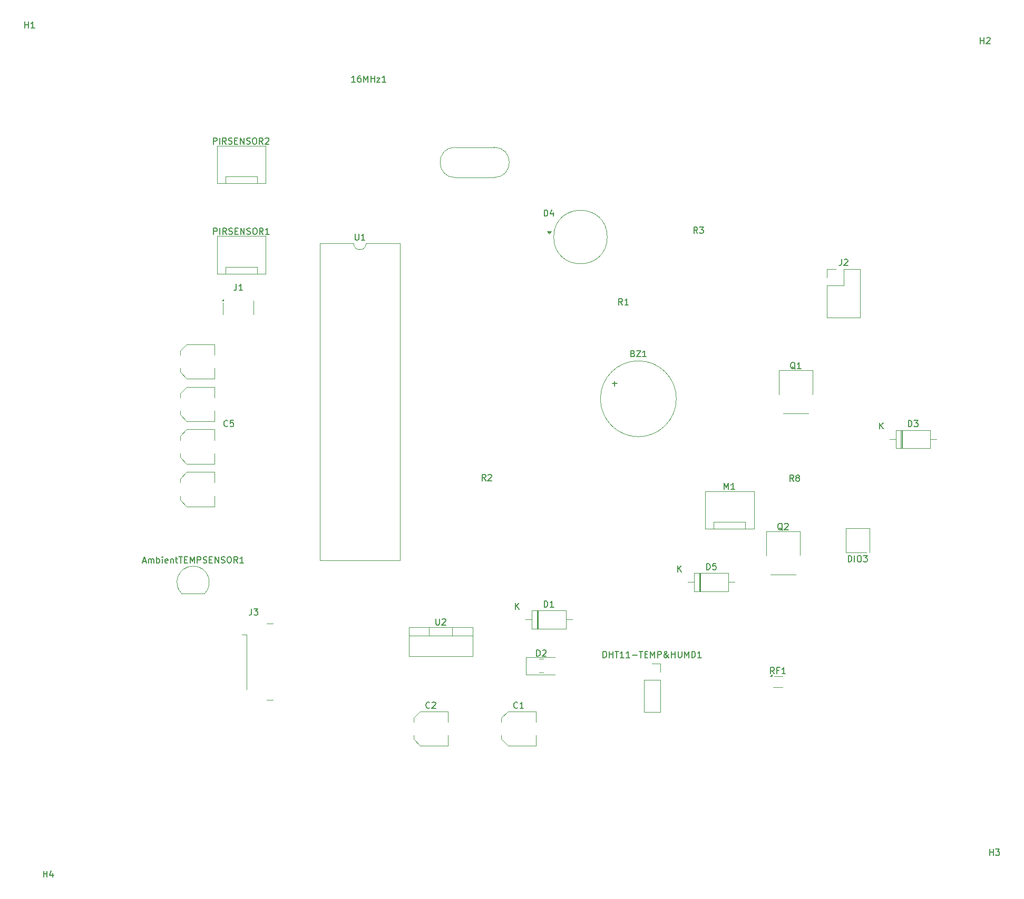
<source format=gbr>
%TF.GenerationSoftware,KiCad,Pcbnew,9.0.2*%
%TF.CreationDate,2025-05-15T00:42:05-04:00*%
%TF.ProjectId,ProjectScematic_PCBv2,50726f6a-6563-4745-9363-656d61746963,rev?*%
%TF.SameCoordinates,Original*%
%TF.FileFunction,Legend,Top*%
%TF.FilePolarity,Positive*%
%FSLAX46Y46*%
G04 Gerber Fmt 4.6, Leading zero omitted, Abs format (unit mm)*
G04 Created by KiCad (PCBNEW 9.0.2) date 2025-05-15 00:42:05*
%MOMM*%
%LPD*%
G01*
G04 APERTURE LIST*
%ADD10C,0.150000*%
%ADD11C,0.120000*%
G04 APERTURE END LIST*
D10*
X69716666Y-62569819D02*
X69716666Y-63284104D01*
X69716666Y-63284104D02*
X69669047Y-63426961D01*
X69669047Y-63426961D02*
X69573809Y-63522200D01*
X69573809Y-63522200D02*
X69430952Y-63569819D01*
X69430952Y-63569819D02*
X69335714Y-63569819D01*
X70716666Y-63569819D02*
X70145238Y-63569819D01*
X70430952Y-63569819D02*
X70430952Y-62569819D01*
X70430952Y-62569819D02*
X70335714Y-62712676D01*
X70335714Y-62712676D02*
X70240476Y-62807914D01*
X70240476Y-62807914D02*
X70145238Y-62855533D01*
X156129761Y-125204819D02*
X155796428Y-124728628D01*
X155558333Y-125204819D02*
X155558333Y-124204819D01*
X155558333Y-124204819D02*
X155939285Y-124204819D01*
X155939285Y-124204819D02*
X156034523Y-124252438D01*
X156034523Y-124252438D02*
X156082142Y-124300057D01*
X156082142Y-124300057D02*
X156129761Y-124395295D01*
X156129761Y-124395295D02*
X156129761Y-124538152D01*
X156129761Y-124538152D02*
X156082142Y-124633390D01*
X156082142Y-124633390D02*
X156034523Y-124681009D01*
X156034523Y-124681009D02*
X155939285Y-124728628D01*
X155939285Y-124728628D02*
X155558333Y-124728628D01*
X156891666Y-124681009D02*
X156558333Y-124681009D01*
X156558333Y-125204819D02*
X156558333Y-124204819D01*
X156558333Y-124204819D02*
X157034523Y-124204819D01*
X157939285Y-125204819D02*
X157367857Y-125204819D01*
X157653571Y-125204819D02*
X157653571Y-124204819D01*
X157653571Y-124204819D02*
X157558333Y-124347676D01*
X157558333Y-124347676D02*
X157463095Y-124442914D01*
X157463095Y-124442914D02*
X157367857Y-124490533D01*
X168030000Y-107207319D02*
X168030000Y-106207319D01*
X168030000Y-106207319D02*
X168268095Y-106207319D01*
X168268095Y-106207319D02*
X168410952Y-106254938D01*
X168410952Y-106254938D02*
X168506190Y-106350176D01*
X168506190Y-106350176D02*
X168553809Y-106445414D01*
X168553809Y-106445414D02*
X168601428Y-106635890D01*
X168601428Y-106635890D02*
X168601428Y-106778747D01*
X168601428Y-106778747D02*
X168553809Y-106969223D01*
X168553809Y-106969223D02*
X168506190Y-107064461D01*
X168506190Y-107064461D02*
X168410952Y-107159700D01*
X168410952Y-107159700D02*
X168268095Y-107207319D01*
X168268095Y-107207319D02*
X168030000Y-107207319D01*
X169030000Y-107207319D02*
X169030000Y-106207319D01*
X169696666Y-106207319D02*
X169887142Y-106207319D01*
X169887142Y-106207319D02*
X169982380Y-106254938D01*
X169982380Y-106254938D02*
X170077618Y-106350176D01*
X170077618Y-106350176D02*
X170125237Y-106540652D01*
X170125237Y-106540652D02*
X170125237Y-106873985D01*
X170125237Y-106873985D02*
X170077618Y-107064461D01*
X170077618Y-107064461D02*
X169982380Y-107159700D01*
X169982380Y-107159700D02*
X169887142Y-107207319D01*
X169887142Y-107207319D02*
X169696666Y-107207319D01*
X169696666Y-107207319D02*
X169601428Y-107159700D01*
X169601428Y-107159700D02*
X169506190Y-107064461D01*
X169506190Y-107064461D02*
X169458571Y-106873985D01*
X169458571Y-106873985D02*
X169458571Y-106540652D01*
X169458571Y-106540652D02*
X169506190Y-106350176D01*
X169506190Y-106350176D02*
X169601428Y-106254938D01*
X169601428Y-106254938D02*
X169696666Y-106207319D01*
X170458571Y-106207319D02*
X171077618Y-106207319D01*
X171077618Y-106207319D02*
X170744285Y-106588271D01*
X170744285Y-106588271D02*
X170887142Y-106588271D01*
X170887142Y-106588271D02*
X170982380Y-106635890D01*
X170982380Y-106635890D02*
X171029999Y-106683509D01*
X171029999Y-106683509D02*
X171077618Y-106778747D01*
X171077618Y-106778747D02*
X171077618Y-107016842D01*
X171077618Y-107016842D02*
X171029999Y-107112080D01*
X171029999Y-107112080D02*
X170982380Y-107159700D01*
X170982380Y-107159700D02*
X170887142Y-107207319D01*
X170887142Y-107207319D02*
X170601428Y-107207319D01*
X170601428Y-107207319D02*
X170506190Y-107159700D01*
X170506190Y-107159700D02*
X170458571Y-107112080D01*
X119181905Y-51644819D02*
X119181905Y-50644819D01*
X119181905Y-50644819D02*
X119420000Y-50644819D01*
X119420000Y-50644819D02*
X119562857Y-50692438D01*
X119562857Y-50692438D02*
X119658095Y-50787676D01*
X119658095Y-50787676D02*
X119705714Y-50882914D01*
X119705714Y-50882914D02*
X119753333Y-51073390D01*
X119753333Y-51073390D02*
X119753333Y-51216247D01*
X119753333Y-51216247D02*
X119705714Y-51406723D01*
X119705714Y-51406723D02*
X119658095Y-51501961D01*
X119658095Y-51501961D02*
X119562857Y-51597200D01*
X119562857Y-51597200D02*
X119420000Y-51644819D01*
X119420000Y-51644819D02*
X119181905Y-51644819D01*
X120610476Y-50978152D02*
X120610476Y-51644819D01*
X120372381Y-50597200D02*
X120134286Y-51311485D01*
X120134286Y-51311485D02*
X120753333Y-51311485D01*
X114895833Y-130659580D02*
X114848214Y-130707200D01*
X114848214Y-130707200D02*
X114705357Y-130754819D01*
X114705357Y-130754819D02*
X114610119Y-130754819D01*
X114610119Y-130754819D02*
X114467262Y-130707200D01*
X114467262Y-130707200D02*
X114372024Y-130611961D01*
X114372024Y-130611961D02*
X114324405Y-130516723D01*
X114324405Y-130516723D02*
X114276786Y-130326247D01*
X114276786Y-130326247D02*
X114276786Y-130183390D01*
X114276786Y-130183390D02*
X114324405Y-129992914D01*
X114324405Y-129992914D02*
X114372024Y-129897676D01*
X114372024Y-129897676D02*
X114467262Y-129802438D01*
X114467262Y-129802438D02*
X114610119Y-129754819D01*
X114610119Y-129754819D02*
X114705357Y-129754819D01*
X114705357Y-129754819D02*
X114848214Y-129802438D01*
X114848214Y-129802438D02*
X114895833Y-129850057D01*
X115848214Y-130754819D02*
X115276786Y-130754819D01*
X115562500Y-130754819D02*
X115562500Y-129754819D01*
X115562500Y-129754819D02*
X115467262Y-129897676D01*
X115467262Y-129897676D02*
X115372024Y-129992914D01*
X115372024Y-129992914D02*
X115276786Y-130040533D01*
X38738095Y-157904819D02*
X38738095Y-156904819D01*
X38738095Y-157381009D02*
X39309523Y-157381009D01*
X39309523Y-157904819D02*
X39309523Y-156904819D01*
X40214285Y-157238152D02*
X40214285Y-157904819D01*
X39976190Y-156857200D02*
X39738095Y-157571485D01*
X39738095Y-157571485D02*
X40357142Y-157571485D01*
X131740833Y-65904819D02*
X131407500Y-65428628D01*
X131169405Y-65904819D02*
X131169405Y-64904819D01*
X131169405Y-64904819D02*
X131550357Y-64904819D01*
X131550357Y-64904819D02*
X131645595Y-64952438D01*
X131645595Y-64952438D02*
X131693214Y-65000057D01*
X131693214Y-65000057D02*
X131740833Y-65095295D01*
X131740833Y-65095295D02*
X131740833Y-65238152D01*
X131740833Y-65238152D02*
X131693214Y-65333390D01*
X131693214Y-65333390D02*
X131645595Y-65381009D01*
X131645595Y-65381009D02*
X131550357Y-65428628D01*
X131550357Y-65428628D02*
X131169405Y-65428628D01*
X132693214Y-65904819D02*
X132121786Y-65904819D01*
X132407500Y-65904819D02*
X132407500Y-64904819D01*
X132407500Y-64904819D02*
X132312262Y-65047676D01*
X132312262Y-65047676D02*
X132217024Y-65142914D01*
X132217024Y-65142914D02*
X132121786Y-65190533D01*
X145261905Y-108477319D02*
X145261905Y-107477319D01*
X145261905Y-107477319D02*
X145500000Y-107477319D01*
X145500000Y-107477319D02*
X145642857Y-107524938D01*
X145642857Y-107524938D02*
X145738095Y-107620176D01*
X145738095Y-107620176D02*
X145785714Y-107715414D01*
X145785714Y-107715414D02*
X145833333Y-107905890D01*
X145833333Y-107905890D02*
X145833333Y-108048747D01*
X145833333Y-108048747D02*
X145785714Y-108239223D01*
X145785714Y-108239223D02*
X145738095Y-108334461D01*
X145738095Y-108334461D02*
X145642857Y-108429700D01*
X145642857Y-108429700D02*
X145500000Y-108477319D01*
X145500000Y-108477319D02*
X145261905Y-108477319D01*
X146738095Y-107477319D02*
X146261905Y-107477319D01*
X146261905Y-107477319D02*
X146214286Y-107953509D01*
X146214286Y-107953509D02*
X146261905Y-107905890D01*
X146261905Y-107905890D02*
X146357143Y-107858271D01*
X146357143Y-107858271D02*
X146595238Y-107858271D01*
X146595238Y-107858271D02*
X146690476Y-107905890D01*
X146690476Y-107905890D02*
X146738095Y-107953509D01*
X146738095Y-107953509D02*
X146785714Y-108048747D01*
X146785714Y-108048747D02*
X146785714Y-108286842D01*
X146785714Y-108286842D02*
X146738095Y-108382080D01*
X146738095Y-108382080D02*
X146690476Y-108429700D01*
X146690476Y-108429700D02*
X146595238Y-108477319D01*
X146595238Y-108477319D02*
X146357143Y-108477319D01*
X146357143Y-108477319D02*
X146261905Y-108429700D01*
X146261905Y-108429700D02*
X146214286Y-108382080D01*
X140658095Y-108847319D02*
X140658095Y-107847319D01*
X141229523Y-108847319D02*
X140800952Y-108275890D01*
X141229523Y-107847319D02*
X140658095Y-108418747D01*
X68333333Y-85359580D02*
X68285714Y-85407200D01*
X68285714Y-85407200D02*
X68142857Y-85454819D01*
X68142857Y-85454819D02*
X68047619Y-85454819D01*
X68047619Y-85454819D02*
X67904762Y-85407200D01*
X67904762Y-85407200D02*
X67809524Y-85311961D01*
X67809524Y-85311961D02*
X67761905Y-85216723D01*
X67761905Y-85216723D02*
X67714286Y-85026247D01*
X67714286Y-85026247D02*
X67714286Y-84883390D01*
X67714286Y-84883390D02*
X67761905Y-84692914D01*
X67761905Y-84692914D02*
X67809524Y-84597676D01*
X67809524Y-84597676D02*
X67904762Y-84502438D01*
X67904762Y-84502438D02*
X68047619Y-84454819D01*
X68047619Y-84454819D02*
X68142857Y-84454819D01*
X68142857Y-84454819D02*
X68285714Y-84502438D01*
X68285714Y-84502438D02*
X68333333Y-84550057D01*
X69238095Y-84454819D02*
X68761905Y-84454819D01*
X68761905Y-84454819D02*
X68714286Y-84931009D01*
X68714286Y-84931009D02*
X68761905Y-84883390D01*
X68761905Y-84883390D02*
X68857143Y-84835771D01*
X68857143Y-84835771D02*
X69095238Y-84835771D01*
X69095238Y-84835771D02*
X69190476Y-84883390D01*
X69190476Y-84883390D02*
X69238095Y-84931009D01*
X69238095Y-84931009D02*
X69285714Y-85026247D01*
X69285714Y-85026247D02*
X69285714Y-85264342D01*
X69285714Y-85264342D02*
X69238095Y-85359580D01*
X69238095Y-85359580D02*
X69190476Y-85407200D01*
X69190476Y-85407200D02*
X69095238Y-85454819D01*
X69095238Y-85454819D02*
X68857143Y-85454819D01*
X68857143Y-85454819D02*
X68761905Y-85407200D01*
X68761905Y-85407200D02*
X68714286Y-85359580D01*
X100770833Y-130659580D02*
X100723214Y-130707200D01*
X100723214Y-130707200D02*
X100580357Y-130754819D01*
X100580357Y-130754819D02*
X100485119Y-130754819D01*
X100485119Y-130754819D02*
X100342262Y-130707200D01*
X100342262Y-130707200D02*
X100247024Y-130611961D01*
X100247024Y-130611961D02*
X100199405Y-130516723D01*
X100199405Y-130516723D02*
X100151786Y-130326247D01*
X100151786Y-130326247D02*
X100151786Y-130183390D01*
X100151786Y-130183390D02*
X100199405Y-129992914D01*
X100199405Y-129992914D02*
X100247024Y-129897676D01*
X100247024Y-129897676D02*
X100342262Y-129802438D01*
X100342262Y-129802438D02*
X100485119Y-129754819D01*
X100485119Y-129754819D02*
X100580357Y-129754819D01*
X100580357Y-129754819D02*
X100723214Y-129802438D01*
X100723214Y-129802438D02*
X100770833Y-129850057D01*
X101151786Y-129850057D02*
X101199405Y-129802438D01*
X101199405Y-129802438D02*
X101294643Y-129754819D01*
X101294643Y-129754819D02*
X101532738Y-129754819D01*
X101532738Y-129754819D02*
X101627976Y-129802438D01*
X101627976Y-129802438D02*
X101675595Y-129850057D01*
X101675595Y-129850057D02*
X101723214Y-129945295D01*
X101723214Y-129945295D02*
X101723214Y-130040533D01*
X101723214Y-130040533D02*
X101675595Y-130183390D01*
X101675595Y-130183390D02*
X101104167Y-130754819D01*
X101104167Y-130754819D02*
X101723214Y-130754819D01*
X166936666Y-58574819D02*
X166936666Y-59289104D01*
X166936666Y-59289104D02*
X166889047Y-59431961D01*
X166889047Y-59431961D02*
X166793809Y-59527200D01*
X166793809Y-59527200D02*
X166650952Y-59574819D01*
X166650952Y-59574819D02*
X166555714Y-59574819D01*
X167365238Y-58670057D02*
X167412857Y-58622438D01*
X167412857Y-58622438D02*
X167508095Y-58574819D01*
X167508095Y-58574819D02*
X167746190Y-58574819D01*
X167746190Y-58574819D02*
X167841428Y-58622438D01*
X167841428Y-58622438D02*
X167889047Y-58670057D01*
X167889047Y-58670057D02*
X167936666Y-58765295D01*
X167936666Y-58765295D02*
X167936666Y-58860533D01*
X167936666Y-58860533D02*
X167889047Y-59003390D01*
X167889047Y-59003390D02*
X167317619Y-59574819D01*
X167317619Y-59574819D02*
X167936666Y-59574819D01*
X117966905Y-122382319D02*
X117966905Y-121382319D01*
X117966905Y-121382319D02*
X118205000Y-121382319D01*
X118205000Y-121382319D02*
X118347857Y-121429938D01*
X118347857Y-121429938D02*
X118443095Y-121525176D01*
X118443095Y-121525176D02*
X118490714Y-121620414D01*
X118490714Y-121620414D02*
X118538333Y-121810890D01*
X118538333Y-121810890D02*
X118538333Y-121953747D01*
X118538333Y-121953747D02*
X118490714Y-122144223D01*
X118490714Y-122144223D02*
X118443095Y-122239461D01*
X118443095Y-122239461D02*
X118347857Y-122334700D01*
X118347857Y-122334700D02*
X118205000Y-122382319D01*
X118205000Y-122382319D02*
X117966905Y-122382319D01*
X118919286Y-121477557D02*
X118966905Y-121429938D01*
X118966905Y-121429938D02*
X119062143Y-121382319D01*
X119062143Y-121382319D02*
X119300238Y-121382319D01*
X119300238Y-121382319D02*
X119395476Y-121429938D01*
X119395476Y-121429938D02*
X119443095Y-121477557D01*
X119443095Y-121477557D02*
X119490714Y-121572795D01*
X119490714Y-121572795D02*
X119490714Y-121668033D01*
X119490714Y-121668033D02*
X119443095Y-121810890D01*
X119443095Y-121810890D02*
X118871667Y-122382319D01*
X118871667Y-122382319D02*
X119490714Y-122382319D01*
X128642857Y-122604819D02*
X128642857Y-121604819D01*
X128642857Y-121604819D02*
X128880952Y-121604819D01*
X128880952Y-121604819D02*
X129023809Y-121652438D01*
X129023809Y-121652438D02*
X129119047Y-121747676D01*
X129119047Y-121747676D02*
X129166666Y-121842914D01*
X129166666Y-121842914D02*
X129214285Y-122033390D01*
X129214285Y-122033390D02*
X129214285Y-122176247D01*
X129214285Y-122176247D02*
X129166666Y-122366723D01*
X129166666Y-122366723D02*
X129119047Y-122461961D01*
X129119047Y-122461961D02*
X129023809Y-122557200D01*
X129023809Y-122557200D02*
X128880952Y-122604819D01*
X128880952Y-122604819D02*
X128642857Y-122604819D01*
X129642857Y-122604819D02*
X129642857Y-121604819D01*
X129642857Y-122081009D02*
X130214285Y-122081009D01*
X130214285Y-122604819D02*
X130214285Y-121604819D01*
X130547619Y-121604819D02*
X131119047Y-121604819D01*
X130833333Y-122604819D02*
X130833333Y-121604819D01*
X131976190Y-122604819D02*
X131404762Y-122604819D01*
X131690476Y-122604819D02*
X131690476Y-121604819D01*
X131690476Y-121604819D02*
X131595238Y-121747676D01*
X131595238Y-121747676D02*
X131500000Y-121842914D01*
X131500000Y-121842914D02*
X131404762Y-121890533D01*
X132928571Y-122604819D02*
X132357143Y-122604819D01*
X132642857Y-122604819D02*
X132642857Y-121604819D01*
X132642857Y-121604819D02*
X132547619Y-121747676D01*
X132547619Y-121747676D02*
X132452381Y-121842914D01*
X132452381Y-121842914D02*
X132357143Y-121890533D01*
X133357143Y-122223866D02*
X134119048Y-122223866D01*
X134452381Y-121604819D02*
X135023809Y-121604819D01*
X134738095Y-122604819D02*
X134738095Y-121604819D01*
X135357143Y-122081009D02*
X135690476Y-122081009D01*
X135833333Y-122604819D02*
X135357143Y-122604819D01*
X135357143Y-122604819D02*
X135357143Y-121604819D01*
X135357143Y-121604819D02*
X135833333Y-121604819D01*
X136261905Y-122604819D02*
X136261905Y-121604819D01*
X136261905Y-121604819D02*
X136595238Y-122319104D01*
X136595238Y-122319104D02*
X136928571Y-121604819D01*
X136928571Y-121604819D02*
X136928571Y-122604819D01*
X137404762Y-122604819D02*
X137404762Y-121604819D01*
X137404762Y-121604819D02*
X137785714Y-121604819D01*
X137785714Y-121604819D02*
X137880952Y-121652438D01*
X137880952Y-121652438D02*
X137928571Y-121700057D01*
X137928571Y-121700057D02*
X137976190Y-121795295D01*
X137976190Y-121795295D02*
X137976190Y-121938152D01*
X137976190Y-121938152D02*
X137928571Y-122033390D01*
X137928571Y-122033390D02*
X137880952Y-122081009D01*
X137880952Y-122081009D02*
X137785714Y-122128628D01*
X137785714Y-122128628D02*
X137404762Y-122128628D01*
X139214286Y-122604819D02*
X139166667Y-122604819D01*
X139166667Y-122604819D02*
X139071428Y-122557200D01*
X139071428Y-122557200D02*
X138928571Y-122414342D01*
X138928571Y-122414342D02*
X138690476Y-122128628D01*
X138690476Y-122128628D02*
X138595238Y-121985771D01*
X138595238Y-121985771D02*
X138547619Y-121842914D01*
X138547619Y-121842914D02*
X138547619Y-121747676D01*
X138547619Y-121747676D02*
X138595238Y-121652438D01*
X138595238Y-121652438D02*
X138690476Y-121604819D01*
X138690476Y-121604819D02*
X138738095Y-121604819D01*
X138738095Y-121604819D02*
X138833333Y-121652438D01*
X138833333Y-121652438D02*
X138880952Y-121747676D01*
X138880952Y-121747676D02*
X138880952Y-121795295D01*
X138880952Y-121795295D02*
X138833333Y-121890533D01*
X138833333Y-121890533D02*
X138785714Y-121938152D01*
X138785714Y-121938152D02*
X138500000Y-122128628D01*
X138500000Y-122128628D02*
X138452381Y-122176247D01*
X138452381Y-122176247D02*
X138404762Y-122271485D01*
X138404762Y-122271485D02*
X138404762Y-122414342D01*
X138404762Y-122414342D02*
X138452381Y-122509580D01*
X138452381Y-122509580D02*
X138500000Y-122557200D01*
X138500000Y-122557200D02*
X138595238Y-122604819D01*
X138595238Y-122604819D02*
X138738095Y-122604819D01*
X138738095Y-122604819D02*
X138833333Y-122557200D01*
X138833333Y-122557200D02*
X138880952Y-122509580D01*
X138880952Y-122509580D02*
X139023809Y-122319104D01*
X139023809Y-122319104D02*
X139071428Y-122176247D01*
X139071428Y-122176247D02*
X139071428Y-122081009D01*
X139642857Y-122604819D02*
X139642857Y-121604819D01*
X139642857Y-122081009D02*
X140214285Y-122081009D01*
X140214285Y-122604819D02*
X140214285Y-121604819D01*
X140690476Y-121604819D02*
X140690476Y-122414342D01*
X140690476Y-122414342D02*
X140738095Y-122509580D01*
X140738095Y-122509580D02*
X140785714Y-122557200D01*
X140785714Y-122557200D02*
X140880952Y-122604819D01*
X140880952Y-122604819D02*
X141071428Y-122604819D01*
X141071428Y-122604819D02*
X141166666Y-122557200D01*
X141166666Y-122557200D02*
X141214285Y-122509580D01*
X141214285Y-122509580D02*
X141261904Y-122414342D01*
X141261904Y-122414342D02*
X141261904Y-121604819D01*
X141738095Y-122604819D02*
X141738095Y-121604819D01*
X141738095Y-121604819D02*
X142071428Y-122319104D01*
X142071428Y-122319104D02*
X142404761Y-121604819D01*
X142404761Y-121604819D02*
X142404761Y-122604819D01*
X142880952Y-122604819D02*
X142880952Y-121604819D01*
X142880952Y-121604819D02*
X143119047Y-121604819D01*
X143119047Y-121604819D02*
X143261904Y-121652438D01*
X143261904Y-121652438D02*
X143357142Y-121747676D01*
X143357142Y-121747676D02*
X143404761Y-121842914D01*
X143404761Y-121842914D02*
X143452380Y-122033390D01*
X143452380Y-122033390D02*
X143452380Y-122176247D01*
X143452380Y-122176247D02*
X143404761Y-122366723D01*
X143404761Y-122366723D02*
X143357142Y-122461961D01*
X143357142Y-122461961D02*
X143261904Y-122557200D01*
X143261904Y-122557200D02*
X143119047Y-122604819D01*
X143119047Y-122604819D02*
X142880952Y-122604819D01*
X144404761Y-122604819D02*
X143833333Y-122604819D01*
X144119047Y-122604819D02*
X144119047Y-121604819D01*
X144119047Y-121604819D02*
X144023809Y-121747676D01*
X144023809Y-121747676D02*
X143928571Y-121842914D01*
X143928571Y-121842914D02*
X143833333Y-121890533D01*
X72166666Y-114754819D02*
X72166666Y-115469104D01*
X72166666Y-115469104D02*
X72119047Y-115611961D01*
X72119047Y-115611961D02*
X72023809Y-115707200D01*
X72023809Y-115707200D02*
X71880952Y-115754819D01*
X71880952Y-115754819D02*
X71785714Y-115754819D01*
X72547619Y-114754819D02*
X73166666Y-114754819D01*
X73166666Y-114754819D02*
X72833333Y-115135771D01*
X72833333Y-115135771D02*
X72976190Y-115135771D01*
X72976190Y-115135771D02*
X73071428Y-115183390D01*
X73071428Y-115183390D02*
X73119047Y-115231009D01*
X73119047Y-115231009D02*
X73166666Y-115326247D01*
X73166666Y-115326247D02*
X73166666Y-115564342D01*
X73166666Y-115564342D02*
X73119047Y-115659580D01*
X73119047Y-115659580D02*
X73071428Y-115707200D01*
X73071428Y-115707200D02*
X72976190Y-115754819D01*
X72976190Y-115754819D02*
X72690476Y-115754819D01*
X72690476Y-115754819D02*
X72595238Y-115707200D01*
X72595238Y-115707200D02*
X72547619Y-115659580D01*
X148110476Y-95554819D02*
X148110476Y-94554819D01*
X148110476Y-94554819D02*
X148443809Y-95269104D01*
X148443809Y-95269104D02*
X148777142Y-94554819D01*
X148777142Y-94554819D02*
X148777142Y-95554819D01*
X149777142Y-95554819D02*
X149205714Y-95554819D01*
X149491428Y-95554819D02*
X149491428Y-94554819D01*
X149491428Y-94554819D02*
X149396190Y-94697676D01*
X149396190Y-94697676D02*
X149300952Y-94792914D01*
X149300952Y-94792914D02*
X149205714Y-94840533D01*
X88795595Y-54487319D02*
X88795595Y-55296842D01*
X88795595Y-55296842D02*
X88843214Y-55392080D01*
X88843214Y-55392080D02*
X88890833Y-55439700D01*
X88890833Y-55439700D02*
X88986071Y-55487319D01*
X88986071Y-55487319D02*
X89176547Y-55487319D01*
X89176547Y-55487319D02*
X89271785Y-55439700D01*
X89271785Y-55439700D02*
X89319404Y-55392080D01*
X89319404Y-55392080D02*
X89367023Y-55296842D01*
X89367023Y-55296842D02*
X89367023Y-54487319D01*
X90367023Y-55487319D02*
X89795595Y-55487319D01*
X90081309Y-55487319D02*
X90081309Y-54487319D01*
X90081309Y-54487319D02*
X89986071Y-54630176D01*
X89986071Y-54630176D02*
X89890833Y-54725414D01*
X89890833Y-54725414D02*
X89795595Y-54773033D01*
X133419047Y-73731009D02*
X133561904Y-73778628D01*
X133561904Y-73778628D02*
X133609523Y-73826247D01*
X133609523Y-73826247D02*
X133657142Y-73921485D01*
X133657142Y-73921485D02*
X133657142Y-74064342D01*
X133657142Y-74064342D02*
X133609523Y-74159580D01*
X133609523Y-74159580D02*
X133561904Y-74207200D01*
X133561904Y-74207200D02*
X133466666Y-74254819D01*
X133466666Y-74254819D02*
X133085714Y-74254819D01*
X133085714Y-74254819D02*
X133085714Y-73254819D01*
X133085714Y-73254819D02*
X133419047Y-73254819D01*
X133419047Y-73254819D02*
X133514285Y-73302438D01*
X133514285Y-73302438D02*
X133561904Y-73350057D01*
X133561904Y-73350057D02*
X133609523Y-73445295D01*
X133609523Y-73445295D02*
X133609523Y-73540533D01*
X133609523Y-73540533D02*
X133561904Y-73635771D01*
X133561904Y-73635771D02*
X133514285Y-73683390D01*
X133514285Y-73683390D02*
X133419047Y-73731009D01*
X133419047Y-73731009D02*
X133085714Y-73731009D01*
X133990476Y-73254819D02*
X134657142Y-73254819D01*
X134657142Y-73254819D02*
X133990476Y-74254819D01*
X133990476Y-74254819D02*
X134657142Y-74254819D01*
X135561904Y-74254819D02*
X134990476Y-74254819D01*
X135276190Y-74254819D02*
X135276190Y-73254819D01*
X135276190Y-73254819D02*
X135180952Y-73397676D01*
X135180952Y-73397676D02*
X135085714Y-73492914D01*
X135085714Y-73492914D02*
X134990476Y-73540533D01*
X130109048Y-78533866D02*
X130870953Y-78533866D01*
X130490000Y-78914819D02*
X130490000Y-78152914D01*
X190738095Y-154404819D02*
X190738095Y-153404819D01*
X190738095Y-153881009D02*
X191309523Y-153881009D01*
X191309523Y-154404819D02*
X191309523Y-153404819D01*
X191690476Y-153404819D02*
X192309523Y-153404819D01*
X192309523Y-153404819D02*
X191976190Y-153785771D01*
X191976190Y-153785771D02*
X192119047Y-153785771D01*
X192119047Y-153785771D02*
X192214285Y-153833390D01*
X192214285Y-153833390D02*
X192261904Y-153881009D01*
X192261904Y-153881009D02*
X192309523Y-153976247D01*
X192309523Y-153976247D02*
X192309523Y-154214342D01*
X192309523Y-154214342D02*
X192261904Y-154309580D01*
X192261904Y-154309580D02*
X192214285Y-154357200D01*
X192214285Y-154357200D02*
X192119047Y-154404819D01*
X192119047Y-154404819D02*
X191833333Y-154404819D01*
X191833333Y-154404819D02*
X191738095Y-154357200D01*
X191738095Y-154357200D02*
X191690476Y-154309580D01*
X35738095Y-21404819D02*
X35738095Y-20404819D01*
X35738095Y-20881009D02*
X36309523Y-20881009D01*
X36309523Y-21404819D02*
X36309523Y-20404819D01*
X37309523Y-21404819D02*
X36738095Y-21404819D01*
X37023809Y-21404819D02*
X37023809Y-20404819D01*
X37023809Y-20404819D02*
X36928571Y-20547676D01*
X36928571Y-20547676D02*
X36833333Y-20642914D01*
X36833333Y-20642914D02*
X36738095Y-20690533D01*
X101778095Y-116354819D02*
X101778095Y-117164342D01*
X101778095Y-117164342D02*
X101825714Y-117259580D01*
X101825714Y-117259580D02*
X101873333Y-117307200D01*
X101873333Y-117307200D02*
X101968571Y-117354819D01*
X101968571Y-117354819D02*
X102159047Y-117354819D01*
X102159047Y-117354819D02*
X102254285Y-117307200D01*
X102254285Y-117307200D02*
X102301904Y-117259580D01*
X102301904Y-117259580D02*
X102349523Y-117164342D01*
X102349523Y-117164342D02*
X102349523Y-116354819D01*
X102778095Y-116450057D02*
X102825714Y-116402438D01*
X102825714Y-116402438D02*
X102920952Y-116354819D01*
X102920952Y-116354819D02*
X103159047Y-116354819D01*
X103159047Y-116354819D02*
X103254285Y-116402438D01*
X103254285Y-116402438D02*
X103301904Y-116450057D01*
X103301904Y-116450057D02*
X103349523Y-116545295D01*
X103349523Y-116545295D02*
X103349523Y-116640533D01*
X103349523Y-116640533D02*
X103301904Y-116783390D01*
X103301904Y-116783390D02*
X102730476Y-117354819D01*
X102730476Y-117354819D02*
X103349523Y-117354819D01*
X189238095Y-23904819D02*
X189238095Y-22904819D01*
X189238095Y-23381009D02*
X189809523Y-23381009D01*
X189809523Y-23904819D02*
X189809523Y-22904819D01*
X190238095Y-23000057D02*
X190285714Y-22952438D01*
X190285714Y-22952438D02*
X190380952Y-22904819D01*
X190380952Y-22904819D02*
X190619047Y-22904819D01*
X190619047Y-22904819D02*
X190714285Y-22952438D01*
X190714285Y-22952438D02*
X190761904Y-23000057D01*
X190761904Y-23000057D02*
X190809523Y-23095295D01*
X190809523Y-23095295D02*
X190809523Y-23190533D01*
X190809523Y-23190533D02*
X190761904Y-23333390D01*
X190761904Y-23333390D02*
X190190476Y-23904819D01*
X190190476Y-23904819D02*
X190809523Y-23904819D01*
X66071429Y-54554819D02*
X66071429Y-53554819D01*
X66071429Y-53554819D02*
X66452381Y-53554819D01*
X66452381Y-53554819D02*
X66547619Y-53602438D01*
X66547619Y-53602438D02*
X66595238Y-53650057D01*
X66595238Y-53650057D02*
X66642857Y-53745295D01*
X66642857Y-53745295D02*
X66642857Y-53888152D01*
X66642857Y-53888152D02*
X66595238Y-53983390D01*
X66595238Y-53983390D02*
X66547619Y-54031009D01*
X66547619Y-54031009D02*
X66452381Y-54078628D01*
X66452381Y-54078628D02*
X66071429Y-54078628D01*
X67071429Y-54554819D02*
X67071429Y-53554819D01*
X68119047Y-54554819D02*
X67785714Y-54078628D01*
X67547619Y-54554819D02*
X67547619Y-53554819D01*
X67547619Y-53554819D02*
X67928571Y-53554819D01*
X67928571Y-53554819D02*
X68023809Y-53602438D01*
X68023809Y-53602438D02*
X68071428Y-53650057D01*
X68071428Y-53650057D02*
X68119047Y-53745295D01*
X68119047Y-53745295D02*
X68119047Y-53888152D01*
X68119047Y-53888152D02*
X68071428Y-53983390D01*
X68071428Y-53983390D02*
X68023809Y-54031009D01*
X68023809Y-54031009D02*
X67928571Y-54078628D01*
X67928571Y-54078628D02*
X67547619Y-54078628D01*
X68500000Y-54507200D02*
X68642857Y-54554819D01*
X68642857Y-54554819D02*
X68880952Y-54554819D01*
X68880952Y-54554819D02*
X68976190Y-54507200D01*
X68976190Y-54507200D02*
X69023809Y-54459580D01*
X69023809Y-54459580D02*
X69071428Y-54364342D01*
X69071428Y-54364342D02*
X69071428Y-54269104D01*
X69071428Y-54269104D02*
X69023809Y-54173866D01*
X69023809Y-54173866D02*
X68976190Y-54126247D01*
X68976190Y-54126247D02*
X68880952Y-54078628D01*
X68880952Y-54078628D02*
X68690476Y-54031009D01*
X68690476Y-54031009D02*
X68595238Y-53983390D01*
X68595238Y-53983390D02*
X68547619Y-53935771D01*
X68547619Y-53935771D02*
X68500000Y-53840533D01*
X68500000Y-53840533D02*
X68500000Y-53745295D01*
X68500000Y-53745295D02*
X68547619Y-53650057D01*
X68547619Y-53650057D02*
X68595238Y-53602438D01*
X68595238Y-53602438D02*
X68690476Y-53554819D01*
X68690476Y-53554819D02*
X68928571Y-53554819D01*
X68928571Y-53554819D02*
X69071428Y-53602438D01*
X69500000Y-54031009D02*
X69833333Y-54031009D01*
X69976190Y-54554819D02*
X69500000Y-54554819D01*
X69500000Y-54554819D02*
X69500000Y-53554819D01*
X69500000Y-53554819D02*
X69976190Y-53554819D01*
X70404762Y-54554819D02*
X70404762Y-53554819D01*
X70404762Y-53554819D02*
X70976190Y-54554819D01*
X70976190Y-54554819D02*
X70976190Y-53554819D01*
X71404762Y-54507200D02*
X71547619Y-54554819D01*
X71547619Y-54554819D02*
X71785714Y-54554819D01*
X71785714Y-54554819D02*
X71880952Y-54507200D01*
X71880952Y-54507200D02*
X71928571Y-54459580D01*
X71928571Y-54459580D02*
X71976190Y-54364342D01*
X71976190Y-54364342D02*
X71976190Y-54269104D01*
X71976190Y-54269104D02*
X71928571Y-54173866D01*
X71928571Y-54173866D02*
X71880952Y-54126247D01*
X71880952Y-54126247D02*
X71785714Y-54078628D01*
X71785714Y-54078628D02*
X71595238Y-54031009D01*
X71595238Y-54031009D02*
X71500000Y-53983390D01*
X71500000Y-53983390D02*
X71452381Y-53935771D01*
X71452381Y-53935771D02*
X71404762Y-53840533D01*
X71404762Y-53840533D02*
X71404762Y-53745295D01*
X71404762Y-53745295D02*
X71452381Y-53650057D01*
X71452381Y-53650057D02*
X71500000Y-53602438D01*
X71500000Y-53602438D02*
X71595238Y-53554819D01*
X71595238Y-53554819D02*
X71833333Y-53554819D01*
X71833333Y-53554819D02*
X71976190Y-53602438D01*
X72595238Y-53554819D02*
X72785714Y-53554819D01*
X72785714Y-53554819D02*
X72880952Y-53602438D01*
X72880952Y-53602438D02*
X72976190Y-53697676D01*
X72976190Y-53697676D02*
X73023809Y-53888152D01*
X73023809Y-53888152D02*
X73023809Y-54221485D01*
X73023809Y-54221485D02*
X72976190Y-54411961D01*
X72976190Y-54411961D02*
X72880952Y-54507200D01*
X72880952Y-54507200D02*
X72785714Y-54554819D01*
X72785714Y-54554819D02*
X72595238Y-54554819D01*
X72595238Y-54554819D02*
X72500000Y-54507200D01*
X72500000Y-54507200D02*
X72404762Y-54411961D01*
X72404762Y-54411961D02*
X72357143Y-54221485D01*
X72357143Y-54221485D02*
X72357143Y-53888152D01*
X72357143Y-53888152D02*
X72404762Y-53697676D01*
X72404762Y-53697676D02*
X72500000Y-53602438D01*
X72500000Y-53602438D02*
X72595238Y-53554819D01*
X74023809Y-54554819D02*
X73690476Y-54078628D01*
X73452381Y-54554819D02*
X73452381Y-53554819D01*
X73452381Y-53554819D02*
X73833333Y-53554819D01*
X73833333Y-53554819D02*
X73928571Y-53602438D01*
X73928571Y-53602438D02*
X73976190Y-53650057D01*
X73976190Y-53650057D02*
X74023809Y-53745295D01*
X74023809Y-53745295D02*
X74023809Y-53888152D01*
X74023809Y-53888152D02*
X73976190Y-53983390D01*
X73976190Y-53983390D02*
X73928571Y-54031009D01*
X73928571Y-54031009D02*
X73833333Y-54078628D01*
X73833333Y-54078628D02*
X73452381Y-54078628D01*
X74976190Y-54554819D02*
X74404762Y-54554819D01*
X74690476Y-54554819D02*
X74690476Y-53554819D01*
X74690476Y-53554819D02*
X74595238Y-53697676D01*
X74595238Y-53697676D02*
X74500000Y-53792914D01*
X74500000Y-53792914D02*
X74404762Y-53840533D01*
X159494761Y-76250057D02*
X159399523Y-76202438D01*
X159399523Y-76202438D02*
X159304285Y-76107200D01*
X159304285Y-76107200D02*
X159161428Y-75964342D01*
X159161428Y-75964342D02*
X159066190Y-75916723D01*
X159066190Y-75916723D02*
X158970952Y-75916723D01*
X159018571Y-76154819D02*
X158923333Y-76107200D01*
X158923333Y-76107200D02*
X158828095Y-76011961D01*
X158828095Y-76011961D02*
X158780476Y-75821485D01*
X158780476Y-75821485D02*
X158780476Y-75488152D01*
X158780476Y-75488152D02*
X158828095Y-75297676D01*
X158828095Y-75297676D02*
X158923333Y-75202438D01*
X158923333Y-75202438D02*
X159018571Y-75154819D01*
X159018571Y-75154819D02*
X159209047Y-75154819D01*
X159209047Y-75154819D02*
X159304285Y-75202438D01*
X159304285Y-75202438D02*
X159399523Y-75297676D01*
X159399523Y-75297676D02*
X159447142Y-75488152D01*
X159447142Y-75488152D02*
X159447142Y-75821485D01*
X159447142Y-75821485D02*
X159399523Y-76011961D01*
X159399523Y-76011961D02*
X159304285Y-76107200D01*
X159304285Y-76107200D02*
X159209047Y-76154819D01*
X159209047Y-76154819D02*
X159018571Y-76154819D01*
X160399523Y-76154819D02*
X159828095Y-76154819D01*
X160113809Y-76154819D02*
X160113809Y-75154819D01*
X160113809Y-75154819D02*
X160018571Y-75297676D01*
X160018571Y-75297676D02*
X159923333Y-75392914D01*
X159923333Y-75392914D02*
X159828095Y-75440533D01*
X109765833Y-94154819D02*
X109432500Y-93678628D01*
X109194405Y-94154819D02*
X109194405Y-93154819D01*
X109194405Y-93154819D02*
X109575357Y-93154819D01*
X109575357Y-93154819D02*
X109670595Y-93202438D01*
X109670595Y-93202438D02*
X109718214Y-93250057D01*
X109718214Y-93250057D02*
X109765833Y-93345295D01*
X109765833Y-93345295D02*
X109765833Y-93488152D01*
X109765833Y-93488152D02*
X109718214Y-93583390D01*
X109718214Y-93583390D02*
X109670595Y-93631009D01*
X109670595Y-93631009D02*
X109575357Y-93678628D01*
X109575357Y-93678628D02*
X109194405Y-93678628D01*
X110146786Y-93250057D02*
X110194405Y-93202438D01*
X110194405Y-93202438D02*
X110289643Y-93154819D01*
X110289643Y-93154819D02*
X110527738Y-93154819D01*
X110527738Y-93154819D02*
X110622976Y-93202438D01*
X110622976Y-93202438D02*
X110670595Y-93250057D01*
X110670595Y-93250057D02*
X110718214Y-93345295D01*
X110718214Y-93345295D02*
X110718214Y-93440533D01*
X110718214Y-93440533D02*
X110670595Y-93583390D01*
X110670595Y-93583390D02*
X110099167Y-94154819D01*
X110099167Y-94154819D02*
X110718214Y-94154819D01*
X159235833Y-94279819D02*
X158902500Y-93803628D01*
X158664405Y-94279819D02*
X158664405Y-93279819D01*
X158664405Y-93279819D02*
X159045357Y-93279819D01*
X159045357Y-93279819D02*
X159140595Y-93327438D01*
X159140595Y-93327438D02*
X159188214Y-93375057D01*
X159188214Y-93375057D02*
X159235833Y-93470295D01*
X159235833Y-93470295D02*
X159235833Y-93613152D01*
X159235833Y-93613152D02*
X159188214Y-93708390D01*
X159188214Y-93708390D02*
X159140595Y-93756009D01*
X159140595Y-93756009D02*
X159045357Y-93803628D01*
X159045357Y-93803628D02*
X158664405Y-93803628D01*
X159807262Y-93708390D02*
X159712024Y-93660771D01*
X159712024Y-93660771D02*
X159664405Y-93613152D01*
X159664405Y-93613152D02*
X159616786Y-93517914D01*
X159616786Y-93517914D02*
X159616786Y-93470295D01*
X159616786Y-93470295D02*
X159664405Y-93375057D01*
X159664405Y-93375057D02*
X159712024Y-93327438D01*
X159712024Y-93327438D02*
X159807262Y-93279819D01*
X159807262Y-93279819D02*
X159997738Y-93279819D01*
X159997738Y-93279819D02*
X160092976Y-93327438D01*
X160092976Y-93327438D02*
X160140595Y-93375057D01*
X160140595Y-93375057D02*
X160188214Y-93470295D01*
X160188214Y-93470295D02*
X160188214Y-93517914D01*
X160188214Y-93517914D02*
X160140595Y-93613152D01*
X160140595Y-93613152D02*
X160092976Y-93660771D01*
X160092976Y-93660771D02*
X159997738Y-93708390D01*
X159997738Y-93708390D02*
X159807262Y-93708390D01*
X159807262Y-93708390D02*
X159712024Y-93756009D01*
X159712024Y-93756009D02*
X159664405Y-93803628D01*
X159664405Y-93803628D02*
X159616786Y-93898866D01*
X159616786Y-93898866D02*
X159616786Y-94089342D01*
X159616786Y-94089342D02*
X159664405Y-94184580D01*
X159664405Y-94184580D02*
X159712024Y-94232200D01*
X159712024Y-94232200D02*
X159807262Y-94279819D01*
X159807262Y-94279819D02*
X159997738Y-94279819D01*
X159997738Y-94279819D02*
X160092976Y-94232200D01*
X160092976Y-94232200D02*
X160140595Y-94184580D01*
X160140595Y-94184580D02*
X160188214Y-94089342D01*
X160188214Y-94089342D02*
X160188214Y-93898866D01*
X160188214Y-93898866D02*
X160140595Y-93803628D01*
X160140595Y-93803628D02*
X160092976Y-93756009D01*
X160092976Y-93756009D02*
X159997738Y-93708390D01*
X54674762Y-107109104D02*
X55150952Y-107109104D01*
X54579524Y-107394819D02*
X54912857Y-106394819D01*
X54912857Y-106394819D02*
X55246190Y-107394819D01*
X55579524Y-107394819D02*
X55579524Y-106728152D01*
X55579524Y-106823390D02*
X55627143Y-106775771D01*
X55627143Y-106775771D02*
X55722381Y-106728152D01*
X55722381Y-106728152D02*
X55865238Y-106728152D01*
X55865238Y-106728152D02*
X55960476Y-106775771D01*
X55960476Y-106775771D02*
X56008095Y-106871009D01*
X56008095Y-106871009D02*
X56008095Y-107394819D01*
X56008095Y-106871009D02*
X56055714Y-106775771D01*
X56055714Y-106775771D02*
X56150952Y-106728152D01*
X56150952Y-106728152D02*
X56293809Y-106728152D01*
X56293809Y-106728152D02*
X56389048Y-106775771D01*
X56389048Y-106775771D02*
X56436667Y-106871009D01*
X56436667Y-106871009D02*
X56436667Y-107394819D01*
X56912857Y-107394819D02*
X56912857Y-106394819D01*
X56912857Y-106775771D02*
X57008095Y-106728152D01*
X57008095Y-106728152D02*
X57198571Y-106728152D01*
X57198571Y-106728152D02*
X57293809Y-106775771D01*
X57293809Y-106775771D02*
X57341428Y-106823390D01*
X57341428Y-106823390D02*
X57389047Y-106918628D01*
X57389047Y-106918628D02*
X57389047Y-107204342D01*
X57389047Y-107204342D02*
X57341428Y-107299580D01*
X57341428Y-107299580D02*
X57293809Y-107347200D01*
X57293809Y-107347200D02*
X57198571Y-107394819D01*
X57198571Y-107394819D02*
X57008095Y-107394819D01*
X57008095Y-107394819D02*
X56912857Y-107347200D01*
X57817619Y-107394819D02*
X57817619Y-106728152D01*
X57817619Y-106394819D02*
X57770000Y-106442438D01*
X57770000Y-106442438D02*
X57817619Y-106490057D01*
X57817619Y-106490057D02*
X57865238Y-106442438D01*
X57865238Y-106442438D02*
X57817619Y-106394819D01*
X57817619Y-106394819D02*
X57817619Y-106490057D01*
X58674761Y-107347200D02*
X58579523Y-107394819D01*
X58579523Y-107394819D02*
X58389047Y-107394819D01*
X58389047Y-107394819D02*
X58293809Y-107347200D01*
X58293809Y-107347200D02*
X58246190Y-107251961D01*
X58246190Y-107251961D02*
X58246190Y-106871009D01*
X58246190Y-106871009D02*
X58293809Y-106775771D01*
X58293809Y-106775771D02*
X58389047Y-106728152D01*
X58389047Y-106728152D02*
X58579523Y-106728152D01*
X58579523Y-106728152D02*
X58674761Y-106775771D01*
X58674761Y-106775771D02*
X58722380Y-106871009D01*
X58722380Y-106871009D02*
X58722380Y-106966247D01*
X58722380Y-106966247D02*
X58246190Y-107061485D01*
X59150952Y-106728152D02*
X59150952Y-107394819D01*
X59150952Y-106823390D02*
X59198571Y-106775771D01*
X59198571Y-106775771D02*
X59293809Y-106728152D01*
X59293809Y-106728152D02*
X59436666Y-106728152D01*
X59436666Y-106728152D02*
X59531904Y-106775771D01*
X59531904Y-106775771D02*
X59579523Y-106871009D01*
X59579523Y-106871009D02*
X59579523Y-107394819D01*
X59912857Y-106728152D02*
X60293809Y-106728152D01*
X60055714Y-106394819D02*
X60055714Y-107251961D01*
X60055714Y-107251961D02*
X60103333Y-107347200D01*
X60103333Y-107347200D02*
X60198571Y-107394819D01*
X60198571Y-107394819D02*
X60293809Y-107394819D01*
X60484286Y-106394819D02*
X61055714Y-106394819D01*
X60770000Y-107394819D02*
X60770000Y-106394819D01*
X61389048Y-106871009D02*
X61722381Y-106871009D01*
X61865238Y-107394819D02*
X61389048Y-107394819D01*
X61389048Y-107394819D02*
X61389048Y-106394819D01*
X61389048Y-106394819D02*
X61865238Y-106394819D01*
X62293810Y-107394819D02*
X62293810Y-106394819D01*
X62293810Y-106394819D02*
X62627143Y-107109104D01*
X62627143Y-107109104D02*
X62960476Y-106394819D01*
X62960476Y-106394819D02*
X62960476Y-107394819D01*
X63436667Y-107394819D02*
X63436667Y-106394819D01*
X63436667Y-106394819D02*
X63817619Y-106394819D01*
X63817619Y-106394819D02*
X63912857Y-106442438D01*
X63912857Y-106442438D02*
X63960476Y-106490057D01*
X63960476Y-106490057D02*
X64008095Y-106585295D01*
X64008095Y-106585295D02*
X64008095Y-106728152D01*
X64008095Y-106728152D02*
X63960476Y-106823390D01*
X63960476Y-106823390D02*
X63912857Y-106871009D01*
X63912857Y-106871009D02*
X63817619Y-106918628D01*
X63817619Y-106918628D02*
X63436667Y-106918628D01*
X64389048Y-107347200D02*
X64531905Y-107394819D01*
X64531905Y-107394819D02*
X64770000Y-107394819D01*
X64770000Y-107394819D02*
X64865238Y-107347200D01*
X64865238Y-107347200D02*
X64912857Y-107299580D01*
X64912857Y-107299580D02*
X64960476Y-107204342D01*
X64960476Y-107204342D02*
X64960476Y-107109104D01*
X64960476Y-107109104D02*
X64912857Y-107013866D01*
X64912857Y-107013866D02*
X64865238Y-106966247D01*
X64865238Y-106966247D02*
X64770000Y-106918628D01*
X64770000Y-106918628D02*
X64579524Y-106871009D01*
X64579524Y-106871009D02*
X64484286Y-106823390D01*
X64484286Y-106823390D02*
X64436667Y-106775771D01*
X64436667Y-106775771D02*
X64389048Y-106680533D01*
X64389048Y-106680533D02*
X64389048Y-106585295D01*
X64389048Y-106585295D02*
X64436667Y-106490057D01*
X64436667Y-106490057D02*
X64484286Y-106442438D01*
X64484286Y-106442438D02*
X64579524Y-106394819D01*
X64579524Y-106394819D02*
X64817619Y-106394819D01*
X64817619Y-106394819D02*
X64960476Y-106442438D01*
X65389048Y-106871009D02*
X65722381Y-106871009D01*
X65865238Y-107394819D02*
X65389048Y-107394819D01*
X65389048Y-107394819D02*
X65389048Y-106394819D01*
X65389048Y-106394819D02*
X65865238Y-106394819D01*
X66293810Y-107394819D02*
X66293810Y-106394819D01*
X66293810Y-106394819D02*
X66865238Y-107394819D01*
X66865238Y-107394819D02*
X66865238Y-106394819D01*
X67293810Y-107347200D02*
X67436667Y-107394819D01*
X67436667Y-107394819D02*
X67674762Y-107394819D01*
X67674762Y-107394819D02*
X67770000Y-107347200D01*
X67770000Y-107347200D02*
X67817619Y-107299580D01*
X67817619Y-107299580D02*
X67865238Y-107204342D01*
X67865238Y-107204342D02*
X67865238Y-107109104D01*
X67865238Y-107109104D02*
X67817619Y-107013866D01*
X67817619Y-107013866D02*
X67770000Y-106966247D01*
X67770000Y-106966247D02*
X67674762Y-106918628D01*
X67674762Y-106918628D02*
X67484286Y-106871009D01*
X67484286Y-106871009D02*
X67389048Y-106823390D01*
X67389048Y-106823390D02*
X67341429Y-106775771D01*
X67341429Y-106775771D02*
X67293810Y-106680533D01*
X67293810Y-106680533D02*
X67293810Y-106585295D01*
X67293810Y-106585295D02*
X67341429Y-106490057D01*
X67341429Y-106490057D02*
X67389048Y-106442438D01*
X67389048Y-106442438D02*
X67484286Y-106394819D01*
X67484286Y-106394819D02*
X67722381Y-106394819D01*
X67722381Y-106394819D02*
X67865238Y-106442438D01*
X68484286Y-106394819D02*
X68674762Y-106394819D01*
X68674762Y-106394819D02*
X68770000Y-106442438D01*
X68770000Y-106442438D02*
X68865238Y-106537676D01*
X68865238Y-106537676D02*
X68912857Y-106728152D01*
X68912857Y-106728152D02*
X68912857Y-107061485D01*
X68912857Y-107061485D02*
X68865238Y-107251961D01*
X68865238Y-107251961D02*
X68770000Y-107347200D01*
X68770000Y-107347200D02*
X68674762Y-107394819D01*
X68674762Y-107394819D02*
X68484286Y-107394819D01*
X68484286Y-107394819D02*
X68389048Y-107347200D01*
X68389048Y-107347200D02*
X68293810Y-107251961D01*
X68293810Y-107251961D02*
X68246191Y-107061485D01*
X68246191Y-107061485D02*
X68246191Y-106728152D01*
X68246191Y-106728152D02*
X68293810Y-106537676D01*
X68293810Y-106537676D02*
X68389048Y-106442438D01*
X68389048Y-106442438D02*
X68484286Y-106394819D01*
X69912857Y-107394819D02*
X69579524Y-106918628D01*
X69341429Y-107394819D02*
X69341429Y-106394819D01*
X69341429Y-106394819D02*
X69722381Y-106394819D01*
X69722381Y-106394819D02*
X69817619Y-106442438D01*
X69817619Y-106442438D02*
X69865238Y-106490057D01*
X69865238Y-106490057D02*
X69912857Y-106585295D01*
X69912857Y-106585295D02*
X69912857Y-106728152D01*
X69912857Y-106728152D02*
X69865238Y-106823390D01*
X69865238Y-106823390D02*
X69817619Y-106871009D01*
X69817619Y-106871009D02*
X69722381Y-106918628D01*
X69722381Y-106918628D02*
X69341429Y-106918628D01*
X70865238Y-107394819D02*
X70293810Y-107394819D01*
X70579524Y-107394819D02*
X70579524Y-106394819D01*
X70579524Y-106394819D02*
X70484286Y-106537676D01*
X70484286Y-106537676D02*
X70389048Y-106632914D01*
X70389048Y-106632914D02*
X70293810Y-106680533D01*
X143798333Y-54392319D02*
X143465000Y-53916128D01*
X143226905Y-54392319D02*
X143226905Y-53392319D01*
X143226905Y-53392319D02*
X143607857Y-53392319D01*
X143607857Y-53392319D02*
X143703095Y-53439938D01*
X143703095Y-53439938D02*
X143750714Y-53487557D01*
X143750714Y-53487557D02*
X143798333Y-53582795D01*
X143798333Y-53582795D02*
X143798333Y-53725652D01*
X143798333Y-53725652D02*
X143750714Y-53820890D01*
X143750714Y-53820890D02*
X143703095Y-53868509D01*
X143703095Y-53868509D02*
X143607857Y-53916128D01*
X143607857Y-53916128D02*
X143226905Y-53916128D01*
X144131667Y-53392319D02*
X144750714Y-53392319D01*
X144750714Y-53392319D02*
X144417381Y-53773271D01*
X144417381Y-53773271D02*
X144560238Y-53773271D01*
X144560238Y-53773271D02*
X144655476Y-53820890D01*
X144655476Y-53820890D02*
X144703095Y-53868509D01*
X144703095Y-53868509D02*
X144750714Y-53963747D01*
X144750714Y-53963747D02*
X144750714Y-54201842D01*
X144750714Y-54201842D02*
X144703095Y-54297080D01*
X144703095Y-54297080D02*
X144655476Y-54344700D01*
X144655476Y-54344700D02*
X144560238Y-54392319D01*
X144560238Y-54392319D02*
X144274524Y-54392319D01*
X144274524Y-54392319D02*
X144179286Y-54344700D01*
X144179286Y-54344700D02*
X144131667Y-54297080D01*
X119181905Y-114484819D02*
X119181905Y-113484819D01*
X119181905Y-113484819D02*
X119420000Y-113484819D01*
X119420000Y-113484819D02*
X119562857Y-113532438D01*
X119562857Y-113532438D02*
X119658095Y-113627676D01*
X119658095Y-113627676D02*
X119705714Y-113722914D01*
X119705714Y-113722914D02*
X119753333Y-113913390D01*
X119753333Y-113913390D02*
X119753333Y-114056247D01*
X119753333Y-114056247D02*
X119705714Y-114246723D01*
X119705714Y-114246723D02*
X119658095Y-114341961D01*
X119658095Y-114341961D02*
X119562857Y-114437200D01*
X119562857Y-114437200D02*
X119420000Y-114484819D01*
X119420000Y-114484819D02*
X119181905Y-114484819D01*
X120705714Y-114484819D02*
X120134286Y-114484819D01*
X120420000Y-114484819D02*
X120420000Y-113484819D01*
X120420000Y-113484819D02*
X120324762Y-113627676D01*
X120324762Y-113627676D02*
X120229524Y-113722914D01*
X120229524Y-113722914D02*
X120134286Y-113770533D01*
X114578095Y-114854819D02*
X114578095Y-113854819D01*
X115149523Y-114854819D02*
X114720952Y-114283390D01*
X115149523Y-113854819D02*
X114578095Y-114426247D01*
X88805833Y-30074819D02*
X88234405Y-30074819D01*
X88520119Y-30074819D02*
X88520119Y-29074819D01*
X88520119Y-29074819D02*
X88424881Y-29217676D01*
X88424881Y-29217676D02*
X88329643Y-29312914D01*
X88329643Y-29312914D02*
X88234405Y-29360533D01*
X89662976Y-29074819D02*
X89472500Y-29074819D01*
X89472500Y-29074819D02*
X89377262Y-29122438D01*
X89377262Y-29122438D02*
X89329643Y-29170057D01*
X89329643Y-29170057D02*
X89234405Y-29312914D01*
X89234405Y-29312914D02*
X89186786Y-29503390D01*
X89186786Y-29503390D02*
X89186786Y-29884342D01*
X89186786Y-29884342D02*
X89234405Y-29979580D01*
X89234405Y-29979580D02*
X89282024Y-30027200D01*
X89282024Y-30027200D02*
X89377262Y-30074819D01*
X89377262Y-30074819D02*
X89567738Y-30074819D01*
X89567738Y-30074819D02*
X89662976Y-30027200D01*
X89662976Y-30027200D02*
X89710595Y-29979580D01*
X89710595Y-29979580D02*
X89758214Y-29884342D01*
X89758214Y-29884342D02*
X89758214Y-29646247D01*
X89758214Y-29646247D02*
X89710595Y-29551009D01*
X89710595Y-29551009D02*
X89662976Y-29503390D01*
X89662976Y-29503390D02*
X89567738Y-29455771D01*
X89567738Y-29455771D02*
X89377262Y-29455771D01*
X89377262Y-29455771D02*
X89282024Y-29503390D01*
X89282024Y-29503390D02*
X89234405Y-29551009D01*
X89234405Y-29551009D02*
X89186786Y-29646247D01*
X90186786Y-30074819D02*
X90186786Y-29074819D01*
X90186786Y-29074819D02*
X90520119Y-29789104D01*
X90520119Y-29789104D02*
X90853452Y-29074819D01*
X90853452Y-29074819D02*
X90853452Y-30074819D01*
X91329643Y-30074819D02*
X91329643Y-29074819D01*
X91329643Y-29551009D02*
X91901071Y-29551009D01*
X91901071Y-30074819D02*
X91901071Y-29074819D01*
X92282024Y-29408152D02*
X92805833Y-29408152D01*
X92805833Y-29408152D02*
X92282024Y-30074819D01*
X92282024Y-30074819D02*
X92805833Y-30074819D01*
X93710595Y-30074819D02*
X93139167Y-30074819D01*
X93424881Y-30074819D02*
X93424881Y-29074819D01*
X93424881Y-29074819D02*
X93329643Y-29217676D01*
X93329643Y-29217676D02*
X93234405Y-29312914D01*
X93234405Y-29312914D02*
X93139167Y-29360533D01*
X66031429Y-40054819D02*
X66031429Y-39054819D01*
X66031429Y-39054819D02*
X66412381Y-39054819D01*
X66412381Y-39054819D02*
X66507619Y-39102438D01*
X66507619Y-39102438D02*
X66555238Y-39150057D01*
X66555238Y-39150057D02*
X66602857Y-39245295D01*
X66602857Y-39245295D02*
X66602857Y-39388152D01*
X66602857Y-39388152D02*
X66555238Y-39483390D01*
X66555238Y-39483390D02*
X66507619Y-39531009D01*
X66507619Y-39531009D02*
X66412381Y-39578628D01*
X66412381Y-39578628D02*
X66031429Y-39578628D01*
X67031429Y-40054819D02*
X67031429Y-39054819D01*
X68079047Y-40054819D02*
X67745714Y-39578628D01*
X67507619Y-40054819D02*
X67507619Y-39054819D01*
X67507619Y-39054819D02*
X67888571Y-39054819D01*
X67888571Y-39054819D02*
X67983809Y-39102438D01*
X67983809Y-39102438D02*
X68031428Y-39150057D01*
X68031428Y-39150057D02*
X68079047Y-39245295D01*
X68079047Y-39245295D02*
X68079047Y-39388152D01*
X68079047Y-39388152D02*
X68031428Y-39483390D01*
X68031428Y-39483390D02*
X67983809Y-39531009D01*
X67983809Y-39531009D02*
X67888571Y-39578628D01*
X67888571Y-39578628D02*
X67507619Y-39578628D01*
X68460000Y-40007200D02*
X68602857Y-40054819D01*
X68602857Y-40054819D02*
X68840952Y-40054819D01*
X68840952Y-40054819D02*
X68936190Y-40007200D01*
X68936190Y-40007200D02*
X68983809Y-39959580D01*
X68983809Y-39959580D02*
X69031428Y-39864342D01*
X69031428Y-39864342D02*
X69031428Y-39769104D01*
X69031428Y-39769104D02*
X68983809Y-39673866D01*
X68983809Y-39673866D02*
X68936190Y-39626247D01*
X68936190Y-39626247D02*
X68840952Y-39578628D01*
X68840952Y-39578628D02*
X68650476Y-39531009D01*
X68650476Y-39531009D02*
X68555238Y-39483390D01*
X68555238Y-39483390D02*
X68507619Y-39435771D01*
X68507619Y-39435771D02*
X68460000Y-39340533D01*
X68460000Y-39340533D02*
X68460000Y-39245295D01*
X68460000Y-39245295D02*
X68507619Y-39150057D01*
X68507619Y-39150057D02*
X68555238Y-39102438D01*
X68555238Y-39102438D02*
X68650476Y-39054819D01*
X68650476Y-39054819D02*
X68888571Y-39054819D01*
X68888571Y-39054819D02*
X69031428Y-39102438D01*
X69460000Y-39531009D02*
X69793333Y-39531009D01*
X69936190Y-40054819D02*
X69460000Y-40054819D01*
X69460000Y-40054819D02*
X69460000Y-39054819D01*
X69460000Y-39054819D02*
X69936190Y-39054819D01*
X70364762Y-40054819D02*
X70364762Y-39054819D01*
X70364762Y-39054819D02*
X70936190Y-40054819D01*
X70936190Y-40054819D02*
X70936190Y-39054819D01*
X71364762Y-40007200D02*
X71507619Y-40054819D01*
X71507619Y-40054819D02*
X71745714Y-40054819D01*
X71745714Y-40054819D02*
X71840952Y-40007200D01*
X71840952Y-40007200D02*
X71888571Y-39959580D01*
X71888571Y-39959580D02*
X71936190Y-39864342D01*
X71936190Y-39864342D02*
X71936190Y-39769104D01*
X71936190Y-39769104D02*
X71888571Y-39673866D01*
X71888571Y-39673866D02*
X71840952Y-39626247D01*
X71840952Y-39626247D02*
X71745714Y-39578628D01*
X71745714Y-39578628D02*
X71555238Y-39531009D01*
X71555238Y-39531009D02*
X71460000Y-39483390D01*
X71460000Y-39483390D02*
X71412381Y-39435771D01*
X71412381Y-39435771D02*
X71364762Y-39340533D01*
X71364762Y-39340533D02*
X71364762Y-39245295D01*
X71364762Y-39245295D02*
X71412381Y-39150057D01*
X71412381Y-39150057D02*
X71460000Y-39102438D01*
X71460000Y-39102438D02*
X71555238Y-39054819D01*
X71555238Y-39054819D02*
X71793333Y-39054819D01*
X71793333Y-39054819D02*
X71936190Y-39102438D01*
X72555238Y-39054819D02*
X72745714Y-39054819D01*
X72745714Y-39054819D02*
X72840952Y-39102438D01*
X72840952Y-39102438D02*
X72936190Y-39197676D01*
X72936190Y-39197676D02*
X72983809Y-39388152D01*
X72983809Y-39388152D02*
X72983809Y-39721485D01*
X72983809Y-39721485D02*
X72936190Y-39911961D01*
X72936190Y-39911961D02*
X72840952Y-40007200D01*
X72840952Y-40007200D02*
X72745714Y-40054819D01*
X72745714Y-40054819D02*
X72555238Y-40054819D01*
X72555238Y-40054819D02*
X72460000Y-40007200D01*
X72460000Y-40007200D02*
X72364762Y-39911961D01*
X72364762Y-39911961D02*
X72317143Y-39721485D01*
X72317143Y-39721485D02*
X72317143Y-39388152D01*
X72317143Y-39388152D02*
X72364762Y-39197676D01*
X72364762Y-39197676D02*
X72460000Y-39102438D01*
X72460000Y-39102438D02*
X72555238Y-39054819D01*
X73983809Y-40054819D02*
X73650476Y-39578628D01*
X73412381Y-40054819D02*
X73412381Y-39054819D01*
X73412381Y-39054819D02*
X73793333Y-39054819D01*
X73793333Y-39054819D02*
X73888571Y-39102438D01*
X73888571Y-39102438D02*
X73936190Y-39150057D01*
X73936190Y-39150057D02*
X73983809Y-39245295D01*
X73983809Y-39245295D02*
X73983809Y-39388152D01*
X73983809Y-39388152D02*
X73936190Y-39483390D01*
X73936190Y-39483390D02*
X73888571Y-39531009D01*
X73888571Y-39531009D02*
X73793333Y-39578628D01*
X73793333Y-39578628D02*
X73412381Y-39578628D01*
X74364762Y-39150057D02*
X74412381Y-39102438D01*
X74412381Y-39102438D02*
X74507619Y-39054819D01*
X74507619Y-39054819D02*
X74745714Y-39054819D01*
X74745714Y-39054819D02*
X74840952Y-39102438D01*
X74840952Y-39102438D02*
X74888571Y-39150057D01*
X74888571Y-39150057D02*
X74936190Y-39245295D01*
X74936190Y-39245295D02*
X74936190Y-39340533D01*
X74936190Y-39340533D02*
X74888571Y-39483390D01*
X74888571Y-39483390D02*
X74317143Y-40054819D01*
X74317143Y-40054819D02*
X74936190Y-40054819D01*
X157464761Y-102125057D02*
X157369523Y-102077438D01*
X157369523Y-102077438D02*
X157274285Y-101982200D01*
X157274285Y-101982200D02*
X157131428Y-101839342D01*
X157131428Y-101839342D02*
X157036190Y-101791723D01*
X157036190Y-101791723D02*
X156940952Y-101791723D01*
X156988571Y-102029819D02*
X156893333Y-101982200D01*
X156893333Y-101982200D02*
X156798095Y-101886961D01*
X156798095Y-101886961D02*
X156750476Y-101696485D01*
X156750476Y-101696485D02*
X156750476Y-101363152D01*
X156750476Y-101363152D02*
X156798095Y-101172676D01*
X156798095Y-101172676D02*
X156893333Y-101077438D01*
X156893333Y-101077438D02*
X156988571Y-101029819D01*
X156988571Y-101029819D02*
X157179047Y-101029819D01*
X157179047Y-101029819D02*
X157274285Y-101077438D01*
X157274285Y-101077438D02*
X157369523Y-101172676D01*
X157369523Y-101172676D02*
X157417142Y-101363152D01*
X157417142Y-101363152D02*
X157417142Y-101696485D01*
X157417142Y-101696485D02*
X157369523Y-101886961D01*
X157369523Y-101886961D02*
X157274285Y-101982200D01*
X157274285Y-101982200D02*
X157179047Y-102029819D01*
X157179047Y-102029819D02*
X156988571Y-102029819D01*
X157798095Y-101125057D02*
X157845714Y-101077438D01*
X157845714Y-101077438D02*
X157940952Y-101029819D01*
X157940952Y-101029819D02*
X158179047Y-101029819D01*
X158179047Y-101029819D02*
X158274285Y-101077438D01*
X158274285Y-101077438D02*
X158321904Y-101125057D01*
X158321904Y-101125057D02*
X158369523Y-101220295D01*
X158369523Y-101220295D02*
X158369523Y-101315533D01*
X158369523Y-101315533D02*
X158321904Y-101458390D01*
X158321904Y-101458390D02*
X157750476Y-102029819D01*
X157750476Y-102029819D02*
X158369523Y-102029819D01*
X177681905Y-85484819D02*
X177681905Y-84484819D01*
X177681905Y-84484819D02*
X177920000Y-84484819D01*
X177920000Y-84484819D02*
X178062857Y-84532438D01*
X178062857Y-84532438D02*
X178158095Y-84627676D01*
X178158095Y-84627676D02*
X178205714Y-84722914D01*
X178205714Y-84722914D02*
X178253333Y-84913390D01*
X178253333Y-84913390D02*
X178253333Y-85056247D01*
X178253333Y-85056247D02*
X178205714Y-85246723D01*
X178205714Y-85246723D02*
X178158095Y-85341961D01*
X178158095Y-85341961D02*
X178062857Y-85437200D01*
X178062857Y-85437200D02*
X177920000Y-85484819D01*
X177920000Y-85484819D02*
X177681905Y-85484819D01*
X178586667Y-84484819D02*
X179205714Y-84484819D01*
X179205714Y-84484819D02*
X178872381Y-84865771D01*
X178872381Y-84865771D02*
X179015238Y-84865771D01*
X179015238Y-84865771D02*
X179110476Y-84913390D01*
X179110476Y-84913390D02*
X179158095Y-84961009D01*
X179158095Y-84961009D02*
X179205714Y-85056247D01*
X179205714Y-85056247D02*
X179205714Y-85294342D01*
X179205714Y-85294342D02*
X179158095Y-85389580D01*
X179158095Y-85389580D02*
X179110476Y-85437200D01*
X179110476Y-85437200D02*
X179015238Y-85484819D01*
X179015238Y-85484819D02*
X178729524Y-85484819D01*
X178729524Y-85484819D02*
X178634286Y-85437200D01*
X178634286Y-85437200D02*
X178586667Y-85389580D01*
X173078095Y-85854819D02*
X173078095Y-84854819D01*
X173649523Y-85854819D02*
X173220952Y-85283390D01*
X173649523Y-84854819D02*
X173078095Y-85426247D01*
D11*
%TO.C,J1*%
X67600000Y-65565000D02*
X67600000Y-67465000D01*
X72500000Y-65265000D02*
X72500000Y-67465000D01*
X67650000Y-65265000D02*
X67370000Y-65265000D01*
X67650000Y-64985000D01*
X67650000Y-65265000D01*
G36*
X67650000Y-65265000D02*
G01*
X67370000Y-65265000D01*
X67650000Y-64985000D01*
X67650000Y-65265000D01*
G37*
%TO.C,RF1*%
X155975000Y-127390000D02*
X157475000Y-127390000D01*
X156115000Y-125610000D02*
X157475000Y-125610000D01*
X155745000Y-125610000D02*
X155465000Y-125610000D01*
X155745000Y-125330000D01*
X155745000Y-125610000D01*
G36*
X155745000Y-125610000D02*
G01*
X155465000Y-125610000D01*
X155745000Y-125330000D01*
X155745000Y-125610000D01*
G37*
%TO.C,DIO3*%
X167600000Y-101822500D02*
X171460000Y-101822500D01*
X167600000Y-105672500D02*
X167600000Y-101822500D01*
X170930000Y-105672500D02*
X167600000Y-105672500D01*
X171460000Y-101822500D02*
X171460000Y-105672500D01*
%TO.C,D4*%
X129300000Y-55000000D02*
G75*
G02*
X120700000Y-55000000I-4300000J0D01*
G01*
X120700000Y-55000000D02*
G75*
G02*
X129300000Y-55000000I4300000J0D01*
G01*
X120000000Y-54500000D02*
X119660000Y-54030000D01*
X120340000Y-54030000D01*
X120000000Y-54500000D01*
G36*
X120000000Y-54500000D02*
G01*
X119660000Y-54030000D01*
X120340000Y-54030000D01*
X120000000Y-54500000D01*
G37*
%TO.C,C1*%
X112302500Y-132304437D02*
X112302500Y-132940000D01*
X112302500Y-132304437D02*
X113366937Y-131240000D01*
X112302500Y-135695563D02*
X112302500Y-135060000D01*
X112302500Y-135695563D02*
X113366937Y-136760000D01*
X113366937Y-131240000D02*
X117822500Y-131240000D01*
X113366937Y-136760000D02*
X117822500Y-136760000D01*
X117822500Y-131240000D02*
X117822500Y-132940000D01*
X117822500Y-136760000D02*
X117822500Y-135060000D01*
%TO.C,D5*%
X142260000Y-110492500D02*
X143280000Y-110492500D01*
X144060000Y-109022500D02*
X144060000Y-111962500D01*
X144180000Y-109022500D02*
X144180000Y-111962500D01*
X144300000Y-109022500D02*
X144300000Y-111962500D01*
X149740000Y-110492500D02*
X148720000Y-110492500D01*
X143280000Y-109022500D02*
X148720000Y-109022500D01*
X148720000Y-111962500D01*
X143280000Y-111962500D01*
X143280000Y-109022500D01*
%TO.C,C5*%
X60677500Y-87004437D02*
X60677500Y-87640000D01*
X60677500Y-87004437D02*
X61741937Y-85940000D01*
X60677500Y-90395563D02*
X60677500Y-89760000D01*
X60677500Y-90395563D02*
X61741937Y-91460000D01*
X61741937Y-85940000D02*
X66197500Y-85940000D01*
X61741937Y-91460000D02*
X66197500Y-91460000D01*
X66197500Y-85940000D02*
X66197500Y-87640000D01*
X66197500Y-91460000D02*
X66197500Y-89760000D01*
%TO.C,C3*%
X60677500Y-73304437D02*
X60677500Y-73940000D01*
X60677500Y-73304437D02*
X61741937Y-72240000D01*
X60677500Y-76695563D02*
X60677500Y-76060000D01*
X60677500Y-76695563D02*
X61741937Y-77760000D01*
X61741937Y-72240000D02*
X66197500Y-72240000D01*
X61741937Y-77760000D02*
X66197500Y-77760000D01*
X66197500Y-72240000D02*
X66197500Y-73940000D01*
X66197500Y-77760000D02*
X66197500Y-76060000D01*
%TO.C,C2*%
X98177500Y-132304437D02*
X98177500Y-132940000D01*
X98177500Y-132304437D02*
X99241937Y-131240000D01*
X98177500Y-135695563D02*
X98177500Y-135060000D01*
X98177500Y-135695563D02*
X99241937Y-136760000D01*
X99241937Y-131240000D02*
X103697500Y-131240000D01*
X99241937Y-136760000D02*
X103697500Y-136760000D01*
X103697500Y-131240000D02*
X103697500Y-132940000D01*
X103697500Y-136760000D02*
X103697500Y-135060000D01*
%TO.C,J2*%
X164620000Y-60120000D02*
X166000000Y-60120000D01*
X164620000Y-61500000D02*
X164620000Y-60120000D01*
X164620000Y-62770000D02*
X164620000Y-67960000D01*
X164620000Y-62770000D02*
X167270000Y-62770000D01*
X164620000Y-67960000D02*
X169920000Y-67960000D01*
X167270000Y-60120000D02*
X169920000Y-60120000D01*
X167270000Y-62770000D02*
X167270000Y-60120000D01*
X169920000Y-60120000D02*
X169920000Y-67960000D01*
%TO.C,D2*%
X116205000Y-122527500D02*
X116205000Y-125327500D01*
X116205000Y-125327500D02*
X120905000Y-125327500D01*
X119055000Y-122827500D02*
X118355000Y-122827500D01*
X119055000Y-125027500D02*
X118355000Y-125027500D01*
X120905000Y-122527500D02*
X116205000Y-122527500D01*
%TO.C,C4*%
X60677500Y-80154437D02*
X60677500Y-80790000D01*
X60677500Y-80154437D02*
X61741937Y-79090000D01*
X60677500Y-83545563D02*
X60677500Y-82910000D01*
X60677500Y-83545563D02*
X61741937Y-84610000D01*
X61741937Y-79090000D02*
X66197500Y-79090000D01*
X61741937Y-84610000D02*
X66197500Y-84610000D01*
X66197500Y-79090000D02*
X66197500Y-80790000D01*
X66197500Y-84610000D02*
X66197500Y-82910000D01*
%TO.C,DHT11-TEMP&HUMD1*%
X135170000Y-126190000D02*
X135170000Y-131330000D01*
X135170000Y-126190000D02*
X137830000Y-126190000D01*
X135170000Y-131330000D02*
X137830000Y-131330000D01*
X136500000Y-123590000D02*
X137830000Y-123590000D01*
X137830000Y-123590000D02*
X137830000Y-124920000D01*
X137830000Y-126190000D02*
X137830000Y-131330000D01*
%TO.C,J3*%
X71380000Y-118900000D02*
X70625000Y-118900000D01*
X71380000Y-118900000D02*
X71380000Y-127700000D01*
X74550000Y-117155000D02*
X75600000Y-117155000D01*
X74550000Y-129445000D02*
X75600000Y-129445000D01*
%TO.C,M1*%
X145070000Y-95850000D02*
X152870000Y-95850000D01*
X145070000Y-101900000D02*
X145070000Y-95850000D01*
X146420000Y-100790000D02*
X151500000Y-100790000D01*
X146420000Y-101800000D02*
X146420000Y-100790000D01*
X151500000Y-100790000D02*
X151500000Y-101800000D01*
X152870000Y-95850000D02*
X152870000Y-101900000D01*
X152870000Y-101900000D02*
X145070000Y-101900000D01*
%TO.C,U1*%
X83097500Y-56032500D02*
X83097500Y-106952500D01*
X83097500Y-106952500D02*
X96017500Y-106952500D01*
X88557500Y-56032500D02*
X83097500Y-56032500D01*
X96017500Y-56032500D02*
X90557500Y-56032500D01*
X96017500Y-106952500D02*
X96017500Y-56032500D01*
X90557500Y-56032500D02*
G75*
G02*
X88557500Y-56032500I-1000000J0D01*
G01*
%TO.C,BZ1*%
X140400000Y-81000000D02*
G75*
G02*
X128200000Y-81000000I-6100000J0D01*
G01*
X128200000Y-81000000D02*
G75*
G02*
X140400000Y-81000000I6100000J0D01*
G01*
%TO.C,U2*%
X97430000Y-117740000D02*
X97430000Y-122360000D01*
X97430000Y-117740000D02*
X107650000Y-117740000D01*
X97430000Y-119120000D02*
X107650000Y-119120000D01*
X97430000Y-122360000D02*
X107650000Y-122360000D01*
X100690000Y-117740000D02*
X100690000Y-119120000D01*
X104390000Y-117740000D02*
X104390000Y-119120000D01*
X107650000Y-117740000D02*
X107650000Y-122360000D01*
%TO.C,PIRSENSOR1*%
X66650000Y-54850000D02*
X74450000Y-54850000D01*
X66650000Y-60900000D02*
X66650000Y-54850000D01*
X68000000Y-59790000D02*
X73080000Y-59790000D01*
X68000000Y-60800000D02*
X68000000Y-59790000D01*
X73080000Y-59790000D02*
X73080000Y-60800000D01*
X74450000Y-54850000D02*
X74450000Y-60900000D01*
X74450000Y-60900000D02*
X66650000Y-60900000D01*
%TO.C,C6*%
X60677500Y-93854437D02*
X60677500Y-94490000D01*
X60677500Y-93854437D02*
X61741937Y-92790000D01*
X60677500Y-97245563D02*
X60677500Y-96610000D01*
X60677500Y-97245563D02*
X61741937Y-98310000D01*
X61741937Y-92790000D02*
X66197500Y-92790000D01*
X61741937Y-98310000D02*
X66197500Y-98310000D01*
X66197500Y-92790000D02*
X66197500Y-94490000D01*
X66197500Y-98310000D02*
X66197500Y-96610000D01*
%TO.C,Q1*%
X156900000Y-76440000D02*
X156900000Y-80342500D01*
X157590000Y-83380000D02*
X161590000Y-83380000D01*
X162280000Y-76440000D02*
X156900000Y-76440000D01*
X162280000Y-80285000D02*
X162280000Y-76440000D01*
%TO.C,AmbientTEMPSENSOR1*%
X60970000Y-112350000D02*
X64570000Y-112350000D01*
X60931522Y-112338478D02*
G75*
G02*
X62770000Y-107899999I1838478J1838478D01*
G01*
X62770000Y-107900000D02*
G75*
G02*
X64608478Y-112338478I0J-2600000D01*
G01*
%TO.C,D1*%
X116180000Y-116500000D02*
X117200000Y-116500000D01*
X117980000Y-115030000D02*
X117980000Y-117970000D01*
X118100000Y-115030000D02*
X118100000Y-117970000D01*
X118220000Y-115030000D02*
X118220000Y-117970000D01*
X123660000Y-116500000D02*
X122640000Y-116500000D01*
X117200000Y-115030000D02*
X122640000Y-115030000D01*
X122640000Y-117970000D01*
X117200000Y-117970000D01*
X117200000Y-115030000D01*
%TO.C,16MHz1*%
X104875000Y-40565000D02*
X111125000Y-40565000D01*
X104875000Y-45435000D02*
X111125000Y-45435000D01*
X104875000Y-45435000D02*
G75*
G02*
X104875000Y-40565000I0J2435000D01*
G01*
X111125000Y-40565000D02*
G75*
G02*
X111125000Y-45435000I0J-2435000D01*
G01*
%TO.C,PIRSENSOR2*%
X66610000Y-40350000D02*
X74410000Y-40350000D01*
X66610000Y-46400000D02*
X66610000Y-40350000D01*
X67960000Y-45290000D02*
X73040000Y-45290000D01*
X67960000Y-46300000D02*
X67960000Y-45290000D01*
X73040000Y-45290000D02*
X73040000Y-46300000D01*
X74410000Y-40350000D02*
X74410000Y-46400000D01*
X74410000Y-46400000D02*
X66610000Y-46400000D01*
%TO.C,Q2*%
X154870000Y-102315000D02*
X154870000Y-106217500D01*
X155560000Y-109255000D02*
X159560000Y-109255000D01*
X160250000Y-102315000D02*
X154870000Y-102315000D01*
X160250000Y-106160000D02*
X160250000Y-102315000D01*
%TO.C,D3*%
X174680000Y-87500000D02*
X175700000Y-87500000D01*
X176480000Y-86030000D02*
X176480000Y-88970000D01*
X176600000Y-86030000D02*
X176600000Y-88970000D01*
X176720000Y-86030000D02*
X176720000Y-88970000D01*
X182160000Y-87500000D02*
X181140000Y-87500000D01*
X175700000Y-86030000D02*
X181140000Y-86030000D01*
X181140000Y-88970000D01*
X175700000Y-88970000D01*
X175700000Y-86030000D01*
%TD*%
M02*

</source>
